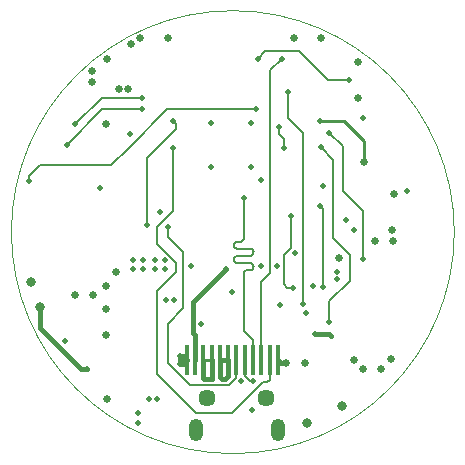
<source format=gbl>
G04 #@! TF.GenerationSoftware,KiCad,Pcbnew,(5.1.10)-1*
G04 #@! TF.CreationDate,2021-07-30T17:06:44-07:00*
G04 #@! TF.ProjectId,esp32-smartwatch,65737033-322d-4736-9d61-727477617463,rev?*
G04 #@! TF.SameCoordinates,PX8f56560PY66b5f20*
G04 #@! TF.FileFunction,Copper,L4,Bot*
G04 #@! TF.FilePolarity,Positive*
%FSLAX46Y46*%
G04 Gerber Fmt 4.6, Leading zero omitted, Abs format (unit mm)*
G04 Created by KiCad (PCBNEW (5.1.10)-1) date 2021-07-30 17:06:44*
%MOMM*%
%LPD*%
G01*
G04 APERTURE LIST*
G04 #@! TA.AperFunction,Profile*
%ADD10C,0.050000*%
G04 #@! TD*
G04 #@! TA.AperFunction,ComponentPad*
%ADD11O,1.200000X1.900000*%
G04 #@! TD*
G04 #@! TA.AperFunction,ComponentPad*
%ADD12C,1.450000*%
G04 #@! TD*
G04 #@! TA.AperFunction,SMDPad,CuDef*
%ADD13R,0.350000X2.500000*%
G04 #@! TD*
G04 #@! TA.AperFunction,ComponentPad*
%ADD14C,0.800000*%
G04 #@! TD*
G04 #@! TA.AperFunction,ViaPad*
%ADD15C,0.500000*%
G04 #@! TD*
G04 #@! TA.AperFunction,ViaPad*
%ADD16C,0.635000*%
G04 #@! TD*
G04 #@! TA.AperFunction,Conductor*
%ADD17C,0.381000*%
G04 #@! TD*
G04 #@! TA.AperFunction,Conductor*
%ADD18C,0.254000*%
G04 #@! TD*
G04 #@! TA.AperFunction,Conductor*
%ADD19C,0.200000*%
G04 #@! TD*
G04 APERTURE END LIST*
D10*
X37530000Y18800000D02*
G75*
G03*
X37530000Y18800000I-18750000J0D01*
G01*
D11*
X22618000Y2036000D03*
X15618000Y2036000D03*
D12*
X21618000Y4736000D03*
X16618000Y4736000D03*
D13*
X18387000Y7941500D03*
X17687000Y7941500D03*
X16987000Y7941500D03*
X16287000Y7941500D03*
X15587000Y7941500D03*
X14887000Y7941500D03*
X19087000Y7941500D03*
X19787000Y7941500D03*
X20487000Y7941500D03*
X21187000Y7941500D03*
X21887000Y7941500D03*
X22587000Y7941500D03*
D14*
X1655500Y14545500D03*
X28008000Y4068000D03*
X2450000Y12450000D03*
X25087000Y2671000D03*
D15*
X27100000Y10000000D03*
X25700000Y10200000D03*
X16959000Y28007500D03*
X20324500Y28007500D03*
X20300000Y24300000D03*
X16959000Y24300000D03*
X33500000Y22250000D03*
X29800000Y28500000D03*
X16100000Y11000000D03*
X12600000Y20500000D03*
D16*
X6875000Y32450000D03*
X6875000Y31525000D03*
X8100000Y33425000D03*
X23950000Y35200000D03*
X26250000Y35200000D03*
X13250000Y35200000D03*
X10950000Y35200000D03*
X8000000Y27950000D03*
X8000000Y10100000D03*
X8000000Y12300000D03*
X8900000Y15400000D03*
X8000000Y14200000D03*
X5400000Y13500000D03*
X8100000Y4700000D03*
X31350000Y7250000D03*
D15*
X29050000Y18950000D03*
D16*
X32350000Y18050000D03*
X32200000Y8100000D03*
X23300000Y7700000D03*
X24850000Y7750000D03*
D15*
X21200000Y15900000D03*
X24050000Y17000000D03*
X27600000Y15400000D03*
X27600000Y14800000D03*
X17848000Y6350000D03*
X14300000Y8300000D03*
X14300000Y7600000D03*
X19500000Y6200000D03*
X10736000Y3500000D03*
X10736000Y2600000D03*
X11700000Y4700000D03*
X12400000Y4700000D03*
X7560000Y22560000D03*
X13150000Y13050000D03*
X13800000Y13050000D03*
X15275000Y15975000D03*
D16*
X6900000Y13500000D03*
D15*
X22800000Y12600000D03*
X20425000Y3775000D03*
D16*
X9150000Y30900000D03*
X9900000Y30900000D03*
X10125000Y34700000D03*
D15*
X10050000Y27150000D03*
X4600000Y9600000D03*
X25600000Y14250000D03*
X22500000Y15900000D03*
X17000000Y6400000D03*
D16*
X27750000Y16650000D03*
X30800000Y18050000D03*
X32250000Y18950000D03*
X32400000Y22000000D03*
X29400000Y33200000D03*
X29400000Y30200000D03*
X29800000Y7250000D03*
D15*
X16300000Y6400000D03*
X10300000Y16400000D03*
X11200000Y16400000D03*
X12200000Y16400000D03*
X13000000Y16400000D03*
X10300000Y15700000D03*
X11200000Y15700000D03*
X12200000Y15700000D03*
X13000000Y15700000D03*
D16*
X29000000Y8000000D03*
D15*
X6425000Y7250000D03*
X1550000Y23150000D03*
X26450000Y22700000D03*
X20700000Y29200000D03*
X26200000Y28200000D03*
D16*
X29900000Y24700000D03*
D15*
X18200000Y15700000D03*
X29800000Y16500000D03*
X26929000Y27229000D03*
X11050000Y30200000D03*
X5450000Y27950000D03*
X13710000Y28200000D03*
X11550000Y19370000D03*
X28650000Y31650000D03*
X20900000Y33500000D03*
X28400000Y19800000D03*
X21200000Y23200000D03*
X26400000Y14150000D03*
X26200000Y21000000D03*
X23700000Y20200000D03*
X23900000Y14100000D03*
X22700000Y27700000D03*
X23100000Y25900000D03*
X24700000Y12700000D03*
X23450000Y30700000D03*
X24950000Y11950000D03*
X18700000Y13700000D03*
X11050000Y29200000D03*
X4700000Y26200000D03*
X13300000Y19250000D03*
X13700000Y25900000D03*
X22900000Y33500000D03*
X19700000Y21700000D03*
X26250000Y26000000D03*
X20450000Y6200000D03*
X26950000Y11200000D03*
D17*
X26900000Y10200000D02*
X27100000Y10000000D01*
X25700000Y10200000D02*
X26900000Y10200000D01*
X18387000Y7941500D02*
X17687000Y7941500D01*
X18387000Y7941500D02*
X18387000Y6637000D01*
X17687000Y6561000D02*
X17848000Y6400000D01*
X17687000Y7941500D02*
X17687000Y6561000D01*
X18150000Y6400000D02*
X18387000Y6637000D01*
X17848000Y6400000D02*
X18150000Y6400000D01*
X14528500Y8300000D02*
X14887000Y7941500D01*
X14300000Y8300000D02*
X14528500Y8300000D01*
X14545500Y7600000D02*
X14887000Y7941500D01*
X14300000Y7600000D02*
X14545500Y7600000D01*
X14458500Y7941500D02*
X14300000Y8100000D01*
X14887000Y7941500D02*
X14458500Y7941500D01*
X14300000Y8100000D02*
X14300000Y7600000D01*
X14300000Y8300000D02*
X14300000Y8100000D01*
X22828500Y7700000D02*
X22587000Y7941500D01*
X23300000Y7700000D02*
X22828500Y7700000D01*
X17687000Y6511000D02*
X17848000Y6350000D01*
X17687000Y6561000D02*
X17687000Y6511000D01*
X18100000Y6350000D02*
X18150000Y6400000D01*
X17848000Y6350000D02*
X18100000Y6350000D01*
D18*
X16287000Y7941500D02*
X16987000Y7941500D01*
D17*
X16300000Y6450000D02*
X16287000Y6463000D01*
X16987000Y6463000D02*
X17000000Y6450000D01*
X16287000Y6413000D02*
X16300000Y6400000D01*
X16287000Y7941500D02*
X16287000Y6413000D01*
X16300000Y6400000D02*
X17000000Y6400000D01*
X16987000Y6413000D02*
X17000000Y6400000D01*
X16987000Y7941500D02*
X16987000Y6413000D01*
X2450000Y10942158D02*
X2450000Y12450000D01*
X2450000Y10942158D02*
X2450000Y10910098D01*
X6425000Y7250000D02*
X6142158Y7250000D01*
X2450000Y10942158D02*
X2450000Y10700000D01*
X5900000Y7250000D02*
X6425000Y7250000D01*
X2450000Y10700000D02*
X5900000Y7250000D01*
D19*
X13200000Y29200000D02*
X16200000Y29200000D01*
X16200000Y29200000D02*
X20700000Y29200000D01*
X20700000Y29200000D02*
X20700000Y29200000D01*
X1550000Y23150000D02*
X1550000Y23550000D01*
X1550000Y23550000D02*
X2450000Y24450000D01*
X8450000Y24450000D02*
X9950000Y25950000D01*
X2450000Y24450000D02*
X8450000Y24450000D01*
X9950000Y25950000D02*
X13200000Y29200000D01*
X9700000Y25700000D02*
X9950000Y25950000D01*
D18*
X26200000Y28200000D02*
X28200000Y28200000D01*
X28200000Y28200000D02*
X29900000Y26500000D01*
X29900000Y26500000D02*
X29900000Y24700000D01*
D19*
X29900000Y24700000D02*
X29900000Y24700000D01*
D17*
X15587000Y7941500D02*
X15587000Y10113000D01*
X15587000Y10113000D02*
X15400000Y10300000D01*
X15400000Y10300000D02*
X15400000Y12000000D01*
X15400000Y12900000D02*
X18200000Y15700000D01*
X15400000Y12000000D02*
X15400000Y12900000D01*
D19*
X29800000Y20600000D02*
X29800000Y16500000D01*
X28100000Y22300000D02*
X29800000Y20600000D01*
X28100000Y26058000D02*
X28100000Y22300000D01*
X26929000Y27229000D02*
X28100000Y26058000D01*
X5450000Y27950000D02*
X7700000Y30200000D01*
X7700000Y30200000D02*
X11100000Y30200000D01*
X13710000Y28200000D02*
X13730000Y28200000D01*
X13730000Y28200000D02*
X13980000Y27950000D01*
X13980000Y27950000D02*
X13980000Y27510000D01*
X13980000Y27510000D02*
X11550000Y25080000D01*
X11550000Y25080000D02*
X11550000Y19370000D01*
X11550000Y19370000D02*
X11550000Y19370000D01*
X28650000Y31650000D02*
X26800000Y31650000D01*
X26800000Y31650000D02*
X24350000Y34100000D01*
X24350000Y34100000D02*
X21900000Y34100000D01*
X21900000Y34100000D02*
X21500000Y34100000D01*
X21500000Y34100000D02*
X20900000Y33500000D01*
X20900000Y33500000D02*
X20900000Y33500000D01*
X26399999Y20800001D02*
X26200000Y21000000D01*
X26400000Y14150000D02*
X26399999Y20800001D01*
X23700000Y17450000D02*
X23700000Y20200000D01*
X23100000Y16850000D02*
X23700000Y17450000D01*
X23100000Y14400000D02*
X23100000Y16850000D01*
X23400000Y14100000D02*
X23100000Y14400000D01*
X23900000Y14100000D02*
X23400000Y14100000D01*
X22700000Y27700000D02*
X22700000Y27700000D01*
X22700000Y27100000D02*
X22700000Y27700000D01*
X23100000Y26700000D02*
X22700000Y27100000D01*
X23100000Y25900000D02*
X23100000Y26700000D01*
X24700000Y12700000D02*
X24700000Y27200000D01*
X24700000Y27200000D02*
X23450000Y28450000D01*
X23450000Y28450000D02*
X23450000Y30700000D01*
X23450000Y30700000D02*
X23450000Y30700000D01*
X7700000Y29200000D02*
X11050000Y29200000D01*
X4700000Y26200000D02*
X7700000Y29200000D01*
X13300000Y19250000D02*
X13300000Y19250000D01*
X19087000Y6491500D02*
X19087000Y7941500D01*
X18445500Y5850000D02*
X19087000Y6491500D01*
X15144898Y5850000D02*
X18445500Y5850000D01*
X13300000Y11050000D02*
X13300000Y7694898D01*
X14600000Y12350000D02*
X13300000Y11050000D01*
X14600000Y17100000D02*
X14600000Y12350000D01*
X13300000Y18400000D02*
X14600000Y17100000D01*
X13300000Y7694898D02*
X15144898Y5850000D01*
X13300000Y19250000D02*
X13300000Y18400000D01*
X13700000Y25900000D02*
X13700000Y25900000D01*
X21887000Y7941500D02*
X21887000Y6807898D01*
X13700000Y25900000D02*
X13700000Y20550000D01*
X13700000Y20550000D02*
X12400000Y19250000D01*
X12400000Y13800000D02*
X12400000Y6800000D01*
X12400000Y6800000D02*
X15700000Y3500000D01*
X18700000Y3500000D02*
X21300000Y6100000D01*
X12400000Y19250000D02*
X12400000Y17800000D01*
X12400000Y17800000D02*
X14000000Y16200000D01*
X14000000Y16200000D02*
X14000000Y15400000D01*
X14000000Y15400000D02*
X12400000Y13800000D01*
X15700000Y3500000D02*
X18700000Y3500000D01*
X21300000Y6100000D02*
X21700000Y6100000D01*
X21700000Y6100000D02*
X21900000Y6300000D01*
X21887000Y6313000D02*
X21887000Y7941500D01*
X21900000Y6300000D02*
X21887000Y6313000D01*
X22900000Y33500000D02*
X22900000Y33500000D01*
X21187000Y14587000D02*
X21187000Y7941500D01*
X21900000Y15300000D02*
X21187000Y14587000D01*
X22900000Y33500000D02*
X21900000Y32500000D01*
X21900000Y32500000D02*
X21900000Y15300000D01*
X19700000Y21700000D02*
X19700000Y21700000D01*
X20487000Y9663000D02*
X20487000Y7941500D01*
X19700000Y10450000D02*
X20487000Y9663000D01*
X19700000Y15300000D02*
X19700000Y10450000D01*
X19707522Y15366757D02*
X19700000Y15300000D01*
X19729710Y15430166D02*
X19707522Y15366757D01*
X19765451Y15487047D02*
X19729710Y15430166D01*
X19812954Y15534550D02*
X19765451Y15487047D01*
X19869835Y15570291D02*
X19812954Y15534550D01*
X19933244Y15592479D02*
X19869835Y15570291D01*
X20000000Y15600000D02*
X19933244Y15592479D01*
X20235225Y15600000D02*
X20000000Y15600000D01*
X20301982Y15607522D02*
X20235225Y15600000D01*
X20365391Y15629710D02*
X20301982Y15607522D01*
X20422272Y15665451D02*
X20365391Y15629710D01*
X20469775Y15712954D02*
X20422272Y15665451D01*
X20527704Y15833244D02*
X20505516Y15769835D01*
X20527704Y15966757D02*
X20535225Y15900000D01*
X20505516Y16030166D02*
X20527704Y15966757D01*
X20301982Y17392479D02*
X20365391Y17370291D01*
X20365391Y17370291D02*
X20422272Y17334550D01*
X20235225Y17400000D02*
X20301982Y17392479D01*
X18977728Y17465451D02*
X19034609Y17429710D01*
X19034609Y17429710D02*
X19098018Y17407522D01*
X18930225Y17512954D02*
X18977728Y17465451D01*
X19098018Y16207522D02*
X19164775Y16200000D01*
X18894484Y17569835D02*
X18930225Y17512954D01*
X18872296Y17633244D02*
X18894484Y17569835D01*
X18864775Y16500000D02*
X18872296Y16433244D01*
X18864775Y17700000D02*
X18872296Y17633244D01*
X18872296Y17766757D02*
X18864775Y17700000D01*
X18894484Y17830166D02*
X18872296Y17766757D01*
X20527704Y17033244D02*
X20505516Y16969835D01*
X19692478Y18233244D02*
X19670290Y18169835D01*
X18930225Y17887047D02*
X18894484Y17830166D01*
X19670290Y18169835D02*
X19634549Y18112954D01*
X18894484Y16369835D02*
X18930225Y16312954D01*
X20505516Y17230166D02*
X20527704Y17166757D01*
X19587046Y18065451D02*
X19530165Y18029710D01*
X20527704Y17166757D02*
X20535225Y17100000D01*
X19634549Y18112954D02*
X19587046Y18065451D01*
X19530165Y18029710D02*
X19466756Y18007522D01*
X19700000Y21700000D02*
X19700000Y18300000D01*
X20469775Y16912954D02*
X20422272Y16865451D01*
X20505516Y15769835D02*
X20469775Y15712954D01*
X20301982Y16807522D02*
X20235225Y16800000D01*
X20469775Y17287047D02*
X20505516Y17230166D01*
X19034609Y16770291D02*
X18977728Y16734550D01*
X19466756Y18007522D02*
X19400000Y18000000D01*
X19164775Y17400000D02*
X20235225Y17400000D01*
X19098018Y17407522D02*
X19164775Y17400000D01*
X19164775Y16800000D02*
X19098018Y16792479D01*
X18977728Y17934550D02*
X18930225Y17887047D01*
X20422272Y16865451D02*
X20365391Y16829710D01*
X20235225Y16200000D02*
X20301982Y16192479D01*
X20422272Y17334550D02*
X20469775Y17287047D01*
X18977728Y16734550D02*
X18930225Y16687047D01*
X19400000Y18000000D02*
X19164775Y18000000D01*
X19164775Y18000000D02*
X19098018Y17992479D01*
X19098018Y17992479D02*
X19034609Y17970291D01*
X19034609Y17970291D02*
X18977728Y17934550D01*
X20535225Y17100000D02*
X20527704Y17033244D01*
X19700000Y18300000D02*
X19692478Y18233244D01*
X20505516Y16969835D02*
X20469775Y16912954D01*
X20535225Y15900000D02*
X20527704Y15833244D01*
X20365391Y16829710D02*
X20301982Y16807522D01*
X20235225Y16800000D02*
X19164775Y16800000D01*
X19098018Y16792479D02*
X19034609Y16770291D01*
X18930225Y16687047D02*
X18894484Y16630166D01*
X18894484Y16630166D02*
X18872296Y16566757D01*
X18872296Y16566757D02*
X18864775Y16500000D01*
X18872296Y16433244D02*
X18894484Y16369835D01*
X18930225Y16312954D02*
X18977728Y16265451D01*
X18977728Y16265451D02*
X19034609Y16229710D01*
X19034609Y16229710D02*
X19098018Y16207522D01*
X19164775Y16200000D02*
X20235225Y16200000D01*
X20301982Y16192479D02*
X20365391Y16170291D01*
X20365391Y16170291D02*
X20422272Y16134550D01*
X20422272Y16134550D02*
X20469775Y16087047D01*
X20469775Y16087047D02*
X20505516Y16030166D01*
X27000000Y11250000D02*
X26950000Y11200000D01*
X26950000Y11200000D02*
X26950000Y12950000D01*
X26950000Y12950000D02*
X28700000Y14700000D01*
X27300000Y24950000D02*
X27300000Y18300000D01*
X26250000Y26000000D02*
X27300000Y24950000D01*
X27300000Y18300000D02*
X28700000Y16900000D01*
X28700000Y14700000D02*
X28700000Y16900000D01*
X19787000Y7941500D02*
X19787000Y6613000D01*
X20200000Y6200000D02*
X20450000Y6200000D01*
X19787000Y6613000D02*
X20200000Y6200000D01*
M02*

</source>
